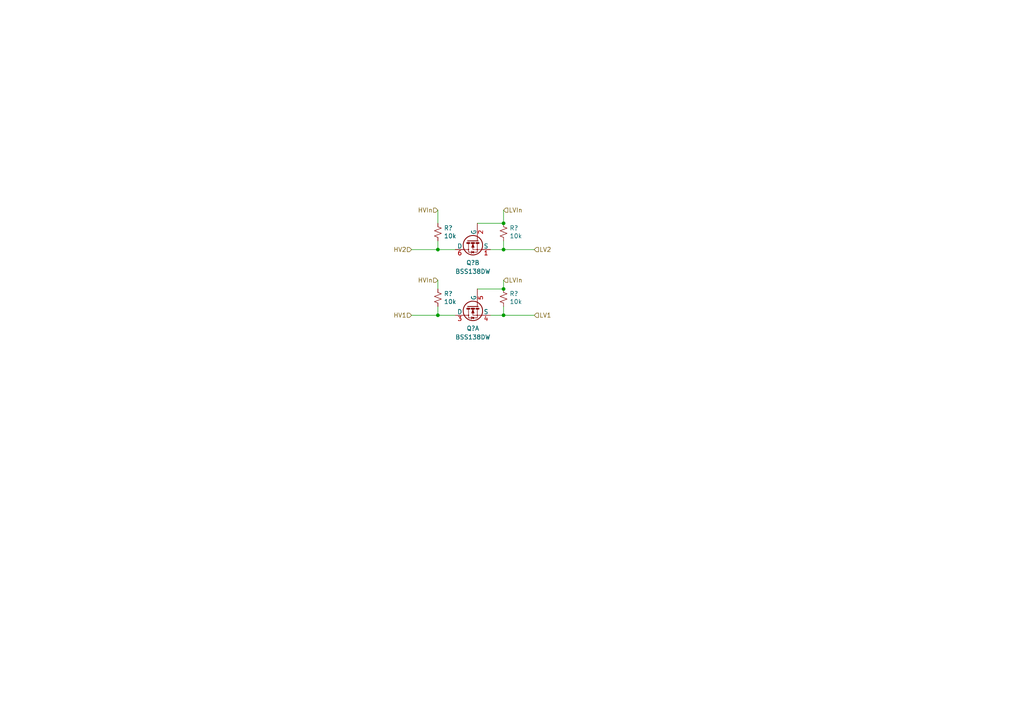
<source format=kicad_sch>
(kicad_sch (version 20211123) (generator eeschema)
  (paper "A4")
  (lib_symbols
    (symbol "Device:R_Small_US" (pin_numbers hide) (pin_names (offset 0.254) hide)
      (property "Reference" "R" (at 0.762 0.508 0))
      (property "Value" "R_Small_US" (at 0.762 -1.016 0))
      (symbol "R_Small_US_1_1"
        (polyline (pts (xy 0 0) (xy 1.016 -0.381) (xy 0 -0.762) (xy -1.016 -1.143) (xy 0 -1.524)))
        (polyline (pts (xy 0 1.524) (xy 1.016 1.143) (xy 0 0.762) (xy -1.016 0.381) (xy 0 0)))
        (pin passive line (at 0 2.54 270) (length 1.016) (name "~") (number "1"))
        (pin passive line (at 0 -2.54 90) (length 1.016) (name "~") (number "2"))
      )
    )
    (symbol "ProjectDevices:BSS138DW" (pin_names (offset 0))
      (property "Reference" "Q" (at 5.08 1.905 0))
      (property "Value" "BSS138DW" (at 5.08 0 0))
      (property "Footprint" "SOT-23" (at 5.08 -1.905 0))
      (symbol "BSS138DW_0_1"
        (polyline (pts (xy 0.635 -1.016) (xy 0.635 -1.651)) (stroke (width 0.508)))
        (polyline (pts (xy 0.635 0.381) (xy 0.635 -0.381)) (stroke (width 0.508)))
        (polyline (pts (xy 0.635 1.651) (xy 0.635 1.016)) (stroke (width 0.508)))
        (polyline (pts (xy 3.048 0.381) (xy 2.921 0.254)))
        (polyline (pts (xy 3.048 0.381) (xy 3.556 0.381)))
        (polyline (pts (xy 3.556 0.381) (xy 3.683 0.508)))
        (polyline (pts (xy 0 1.524) (xy 0 -1.524) (xy 0 -1.524)) (stroke (width 0.254)))
        (polyline (pts (xy 0.762 -1.27) (xy 2.54 -1.27) (xy 2.54 -2.54) (xy 2.54 -2.54)))
        (polyline (pts (xy 0.762 1.27) (xy 2.54 1.27) (xy 2.54 2.54) (xy 2.54 2.54)))
        (polyline (pts (xy 2.54 1.27) (xy 3.302 1.27) (xy 3.302 -1.27) (xy 2.54 -1.27)))
        (polyline (pts (xy 3.302 0.381) (xy 3.048 -0.254) (xy 3.556 -0.254) (xy 3.302 0.381)) (fill (type outline)))
        (polyline (pts (xy 0.762 0) (xy 1.27 0) (xy 2.54 0) (xy 2.54 -1.27) (xy 2.54 -1.27)))
        (polyline (pts (xy 0.889 0) (xy 1.905 0.381) (xy 1.905 -0.381) (xy 0.889 0) (xy 1.016 0) (xy 1.016 0)) (fill (type outline)))
        (circle (center 1.27 0) (radius 2.8194) (stroke (width 0.254)))
        (circle (center 2.54 -1.27) (radius 0.127))
        (circle (center 2.54 1.27) (radius 0.127))
      )
      (symbol "BSS138DW_1_1"
        (pin passive line (at 2.54 5.08 270) (length 2.54) (name "D") (number "3"))
        (pin passive line (at 2.54 -5.08 90) (length 2.54) (name "S") (number "4"))
        (pin passive line (at -5.08 -1.27 0) (length 5.08) (name "G") (number "5"))
      )
      (symbol "BSS138DW_2_1"
        (pin passive line (at 2.54 -5.08 90) (length 2.54) (name "S") (number "1"))
        (pin passive line (at -5.08 -1.27 0) (length 5.08) (name "G") (number "2"))
        (pin passive line (at 2.54 5.08 270) (length 2.54) (name "D") (number "6"))
      )
    )
  )
  (junction (at 146.05 83.82))
  (junction (at 146.05 72.39))
  (junction (at 146.05 64.77))
  (junction (at 146.05 91.44))
  (junction (at 127 72.39))
  (junction (at 127 91.44))
  (wire (pts (xy 119.38 72.39) (xy 127 72.39)))
  (wire (pts (xy 127 88.9) (xy 127 91.44)))
  (wire (pts (xy 146.05 72.39) (xy 154.94 72.39)))
  (wire (pts (xy 142.24 72.39) (xy 146.05 72.39)))
  (wire (pts (xy 127 60.96) (xy 127 64.77)))
  (wire (pts (xy 138.43 83.82) (xy 146.05 83.82)))
  (wire (pts (xy 138.43 64.77) (xy 146.05 64.77)))
  (wire (pts (xy 127 69.85) (xy 127 72.39)))
  (wire (pts (xy 127 81.28) (xy 127 83.82)))
  (wire (pts (xy 146.05 69.85) (xy 146.05 72.39)))
  (wire (pts (xy 146.05 91.44) (xy 154.94 91.44)))
  (wire (pts (xy 119.38 91.44) (xy 127 91.44)))
  (wire (pts (xy 146.05 91.44) (xy 146.05 88.9)))
  (wire (pts (xy 146.05 60.96) (xy 146.05 64.77)))
  (wire (pts (xy 146.05 81.28) (xy 146.05 83.82)))
  (wire (pts (xy 142.24 91.44) (xy 146.05 91.44)))
  (wire (pts (xy 127 72.39) (xy 132.08 72.39)))
  (wire (pts (xy 127 91.44) (xy 132.08 91.44)))
  (hierarchical_label "HVIn" (shape input) (at 127 60.96 180))
  (hierarchical_label "LVIn" (shape input) (at 146.05 81.28 0))
  (hierarchical_label "LV2" (shape input) (at 154.94 72.39 0))
  (hierarchical_label "LVIn" (shape input) (at 146.05 60.96 0))
  (hierarchical_label "HV1" (shape input) (at 119.38 91.44 180))
  (hierarchical_label "LV1" (shape input) (at 154.94 91.44 0))
  (hierarchical_label "HV2" (shape input) (at 119.38 72.39 180))
  (hierarchical_label "HVIn" (shape input) (at 127 81.28 180))
  (symbol (lib_id "Device:R_Small_US") (at 127 86.36 180) (unit 1)
    (property "Reference" "R?" (at 128.7272 85.1916 0) (effects (justify right)))
    (property "Value" "10k" (at 128.7272 87.503 0) (effects (justify right)))
    (property "Footprint" "Resistor_SMD:R_0603_1608Metric" (effects hide))
    (property "Datasheet" "https://www.te.com/commerce/DocumentDelivery/DDEController?Action=srchrtrv&DocNm=1773204&DocType=DS&DocLang=English" (effects hide))
    (property "Link" "https://www.digikey.com/en/products/detail/te-connectivity-passive-product/CRG0603F10K/2055639?s=N4IgTCBcDaIIIEYAMA2JAWAHAYQCoFoA5AERAF0BfIA" (effects hide))
    (property "Part Number" "A106048CT-ND" (effects hide))
    (property "Supplier" "Digikey" (effects hide))
  )
  (symbol (lib_id "ProjectDevices:BSS138DW") (at 137.16 88.9 90) (mirror x) (unit 1)
    (property "Reference" "Q?" (at 137.16 95.25 90))
    (property "Value" "BSS138DW" (at 137.16 97.79 90))
    (property "Footprint" "SOT-23" (effects hide))
    (property "Datasheet" "https://www.diodes.com/assets/Datasheets/ds30203.pdf" (effects hide))
    (property "Part Number" "BSS138DW-FDICT-ND " (effects hide))
    (property "Supplier" "Digikey" (effects hide))
    (property "Link" "https://www.digikey.com/en/products/detail/diodes-incorporated/BSS138DW-7-F/808527" (effects hide))
  )
  (symbol (lib_id "ProjectDevices:BSS138DW") (at 137.16 69.85 90) (mirror x) (unit 2)
    (property "Reference" "Q?" (at 137.16 76.2 90))
    (property "Value" "BSS138DW" (at 137.16 78.74 90))
    (property "Footprint" "Package_TO_SOT_SMD:SOT-23-6" (effects hide))
    (property "Datasheet" "https://www.diodes.com/assets/Datasheets/ds30203.pdf" (effects hide))
    (property "Part Number" "BSS138DW-FDICT-ND" (effects hide))
    (property "Supplier" "Digikey" (effects hide))
    (property "Link" "https://www.digikey.com/en/products/detail/diodes-incorporated/BSS138DW-7-F/808527" (effects hide))
  )
  (symbol (lib_id "Device:R_Small_US") (at 146.05 86.36 180) (unit 1)
    (property "Reference" "R?" (at 147.7772 85.1916 0) (effects (justify right)))
    (property "Value" "10k" (at 147.7772 87.503 0) (effects (justify right)))
    (property "Footprint" "Resistor_SMD:R_0603_1608Metric" (effects hide))
    (property "Datasheet" "https://www.te.com/commerce/DocumentDelivery/DDEController?Action=srchrtrv&DocNm=1773204&DocType=DS&DocLang=English" (effects hide))
    (property "Link" "https://www.digikey.com/en/products/detail/te-connectivity-passive-product/CRG0603F10K/2055639?s=N4IgTCBcDaIIIEYAMA2JAWAHAYQCoFoA5AERAF0BfIA" (effects hide))
    (property "Part Number" "A106048CT-ND" (effects hide))
    (property "Supplier" "Digikey" (effects hide))
  )
  (symbol (lib_id "Device:R_Small_US") (at 127 67.31 180) (unit 1)
    (property "Reference" "R?" (at 128.7272 66.1416 0) (effects (justify right)))
    (property "Value" "10k" (at 128.7272 68.453 0) (effects (justify right)))
    (property "Footprint" "Resistor_SMD:R_0603_1608Metric" (effects hide))
    (property "Datasheet" "https://www.te.com/commerce/DocumentDelivery/DDEController?Action=srchrtrv&DocNm=1773204&DocType=DS&DocLang=English" (effects hide))
    (property "Link" "https://www.digikey.com/en/products/detail/te-connectivity-passive-product/CRG0603F10K/2055639?s=N4IgTCBcDaIIIEYAMA2JAWAHAYQCoFoA5AERAF0BfIA" (effects hide))
    (property "Part Number" "A106048CT-ND" (effects hide))
    (property "Supplier" "Digikey" (effects hide))
  )
  (symbol (lib_id "Device:R_Small_US") (at 146.05 67.31 180) (unit 1)
    (property "Reference" "R?" (at 147.7772 66.1416 0) (effects (justify right)))
    (property "Value" "10k" (at 147.7772 68.453 0) (effects (justify right)))
    (property "Footprint" "Resistor_SMD:R_0603_1608Metric" (effects hide))
    (property "Datasheet" "https://www.te.com/commerce/DocumentDelivery/DDEController?Action=srchrtrv&DocNm=1773204&DocType=DS&DocLang=English" (effects hide))
    (property "Link" "https://www.digikey.com/en/products/detail/te-connectivity-passive-product/CRG0603F10K/2055639?s=N4IgTCBcDaIIIEYAMA2JAWAHAYQCoFoA5AERAF0BfIA" (effects hide))
    (property "Part Number" "A106048CT-ND" (effects hide))
    (property "Supplier" "Digikey" (effects hide))
  )
)
</source>
